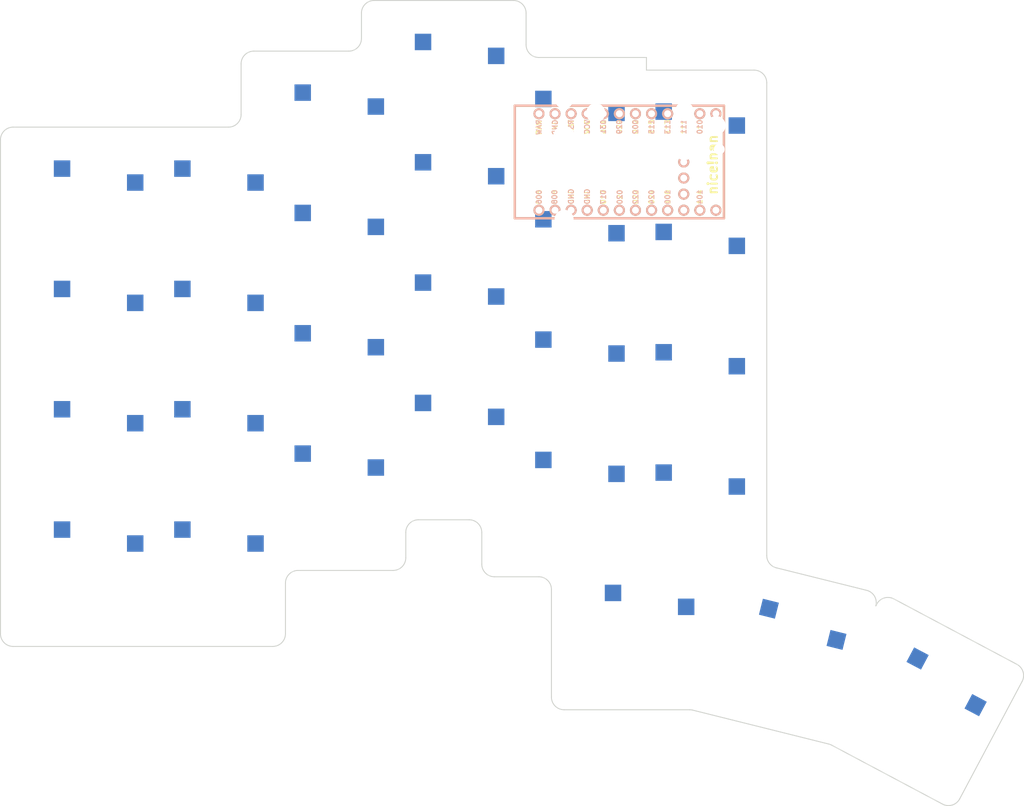
<source format=kicad_pcb>


(kicad_pcb (version 20171130) (host pcbnew 5.1.6)

  (page A3)
  (title_block
    (title "left")
    (rev "v1.0.0")
    (company "Unknown")
  )

  (general
    (thickness 1.6)
  )

  (layers
    (0 F.Cu signal)
    (31 B.Cu signal)
    (32 B.Adhes user)
    (33 F.Adhes user)
    (34 B.Paste user)
    (35 F.Paste user)
    (36 B.SilkS user)
    (37 F.SilkS user)
    (38 B.Mask user)
    (39 F.Mask user)
    (40 Dwgs.User user)
    (41 Cmts.User user)
    (42 Eco1.User user)
    (43 Eco2.User user)
    (44 Edge.Cuts user)
    (45 Margin user)
    (46 B.CrtYd user)
    (47 F.CrtYd user)
    (48 B.Fab user)
    (49 F.Fab user)
  )

  (setup
    (last_trace_width 0.25)
    (trace_clearance 0.2)
    (zone_clearance 0.508)
    (zone_45_only no)
    (trace_min 0.2)
    (via_size 0.8)
    (via_drill 0.4)
    (via_min_size 0.4)
    (via_min_drill 0.3)
    (uvia_size 0.3)
    (uvia_drill 0.1)
    (uvias_allowed no)
    (uvia_min_size 0.2)
    (uvia_min_drill 0.1)
    (edge_width 0.05)
    (segment_width 0.2)
    (pcb_text_width 0.3)
    (pcb_text_size 1.5 1.5)
    (mod_edge_width 0.12)
    (mod_text_size 1 1)
    (mod_text_width 0.15)
    (pad_size 1.524 1.524)
    (pad_drill 0.762)
    (pad_to_mask_clearance 0.05)
    (aux_axis_origin 0 0)
    (visible_elements FFFFFF7F)
    (pcbplotparams
      (layerselection 0x010fc_ffffffff)
      (usegerberextensions false)
      (usegerberattributes true)
      (usegerberadvancedattributes true)
      (creategerberjobfile true)
      (excludeedgelayer true)
      (linewidth 0.100000)
      (plotframeref false)
      (viasonmask false)
      (mode 1)
      (useauxorigin false)
      (hpglpennumber 1)
      (hpglpenspeed 20)
      (hpglpendiameter 15.000000)
      (psnegative false)
      (psa4output false)
      (plotreference true)
      (plotvalue true)
      (plotinvisibletext false)
      (padsonsilk false)
      (subtractmaskfromsilk false)
      (outputformat 1)
      (mirror false)
      (drillshape 1)
      (scaleselection 1)
      (outputdirectory ""))
  )

  (net 0 "")
(net 1 "P020")
(net 2 "outer_bottom")
(net 3 "outer_home")
(net 4 "outer_top")
(net 5 "outer_num")
(net 6 "P022")
(net 7 "pinky_bottom")
(net 8 "pinky_home")
(net 9 "pinky_top")
(net 10 "pinky_num")
(net 11 "P024")
(net 12 "ring_bottom")
(net 13 "ring_home")
(net 14 "ring_top")
(net 15 "ring_num")
(net 16 "P100")
(net 17 "middle_bottom")
(net 18 "middle_home")
(net 19 "middle_top")
(net 20 "middle_num")
(net 21 "P011")
(net 22 "index_bottom")
(net 23 "index_home")
(net 24 "index_top")
(net 25 "index_num")
(net 26 "P017")
(net 27 "inner_bottom")
(net 28 "inner_home")
(net 29 "inner_top")
(net 30 "inner_num")
(net 31 "near_thumb")
(net 32 "home_thumb")
(net 33 "far_thumb")
(net 34 "RAW")
(net 35 "GND")
(net 36 "RST")
(net 37 "VCC")
(net 38 "P031")
(net 39 "P029")
(net 40 "P002")
(net 41 "P115")
(net 42 "P113")
(net 43 "P111")
(net 44 "P010")
(net 45 "P009")
(net 46 "P006")
(net 47 "P008")
(net 48 "P104")
(net 49 "P106")
(net 50 "P101")
(net 51 "P102")
(net 52 "P107")

  (net_class Default "This is the default net class."
    (clearance 0.2)
    (trace_width 0.25)
    (via_dia 0.8)
    (via_drill 0.4)
    (uvia_dia 0.3)
    (uvia_drill 0.1)
    (add_net "")
(add_net "P020")
(add_net "outer_bottom")
(add_net "outer_home")
(add_net "outer_top")
(add_net "outer_num")
(add_net "P022")
(add_net "pinky_bottom")
(add_net "pinky_home")
(add_net "pinky_top")
(add_net "pinky_num")
(add_net "P024")
(add_net "ring_bottom")
(add_net "ring_home")
(add_net "ring_top")
(add_net "ring_num")
(add_net "P100")
(add_net "middle_bottom")
(add_net "middle_home")
(add_net "middle_top")
(add_net "middle_num")
(add_net "P011")
(add_net "index_bottom")
(add_net "index_home")
(add_net "index_top")
(add_net "index_num")
(add_net "P017")
(add_net "inner_bottom")
(add_net "inner_home")
(add_net "inner_top")
(add_net "inner_num")
(add_net "near_thumb")
(add_net "home_thumb")
(add_net "far_thumb")
(add_net "RAW")
(add_net "GND")
(add_net "RST")
(add_net "VCC")
(add_net "P031")
(add_net "P029")
(add_net "P002")
(add_net "P115")
(add_net "P113")
(add_net "P111")
(add_net "P010")
(add_net "P009")
(add_net "P006")
(add_net "P008")
(add_net "P104")
(add_net "P106")
(add_net "P101")
(add_net "P102")
(add_net "P107")
  )

  
        
      (module PG1350 (layer F.Cu) (tedit 5DD50112)
      (at 0 0 0)

      
      (fp_text reference "S1" (at 0 0) (layer F.SilkS) hide (effects (font (size 1.27 1.27) (thickness 0.15))))
      (fp_text value "" (at 0 0) (layer F.SilkS) hide (effects (font (size 1.27 1.27) (thickness 0.15))))

      
      (fp_line (start -7 -6) (end -7 -7) (layer Dwgs.User) (width 0.15))
      (fp_line (start -7 7) (end -6 7) (layer Dwgs.User) (width 0.15))
      (fp_line (start -6 -7) (end -7 -7) (layer Dwgs.User) (width 0.15))
      (fp_line (start -7 7) (end -7 6) (layer Dwgs.User) (width 0.15))
      (fp_line (start 7 6) (end 7 7) (layer Dwgs.User) (width 0.15))
      (fp_line (start 7 -7) (end 6 -7) (layer Dwgs.User) (width 0.15))
      (fp_line (start 6 7) (end 7 7) (layer Dwgs.User) (width 0.15))
      (fp_line (start 7 -7) (end 7 -6) (layer Dwgs.User) (width 0.15))      
      
      
      (pad "" np_thru_hole circle (at 0 0) (size 3.429 3.429) (drill 3.429) (layers *.Cu *.Mask))
        
      
      (pad "" np_thru_hole circle (at 5.5 0) (size 1.7018 1.7018) (drill 1.7018) (layers *.Cu *.Mask))
      (pad "" np_thru_hole circle (at -5.5 0) (size 1.7018 1.7018) (drill 1.7018) (layers *.Cu *.Mask))
      
        
        
          
          (pad "" np_thru_hole circle (at 5 -3.75) (size 3 3) (drill 3) (layers *.Cu *.Mask))
          (pad "" np_thru_hole circle (at 0 -5.95) (size 3 3) (drill 3) (layers *.Cu *.Mask))
      
          
          (pad 1 smd rect (at -3.275 -5.95 0) (size 2.6 2.6) (layers B.Cu B.Paste B.Mask)  (net 1 "P020"))
          (pad 2 smd rect (at 8.275 -3.75 0) (size 2.6 2.6) (layers B.Cu B.Paste B.Mask)  (net 2 "outer_bottom"))
        )
        

        
      (module PG1350 (layer F.Cu) (tedit 5DD50112)
      (at 0 -19 0)

      
      (fp_text reference "S2" (at 0 0) (layer F.SilkS) hide (effects (font (size 1.27 1.27) (thickness 0.15))))
      (fp_text value "" (at 0 0) (layer F.SilkS) hide (effects (font (size 1.27 1.27) (thickness 0.15))))

      
      (fp_line (start -7 -6) (end -7 -7) (layer Dwgs.User) (width 0.15))
      (fp_line (start -7 7) (end -6 7) (layer Dwgs.User) (width 0.15))
      (fp_line (start -6 -7) (end -7 -7) (layer Dwgs.User) (width 0.15))
      (fp_line (start -7 7) (end -7 6) (layer Dwgs.User) (width 0.15))
      (fp_line (start 7 6) (end 7 7) (layer Dwgs.User) (width 0.15))
      (fp_line (start 7 -7) (end 6 -7) (layer Dwgs.User) (width 0.15))
      (fp_line (start 6 7) (end 7 7) (layer Dwgs.User) (width 0.15))
      (fp_line (start 7 -7) (end 7 -6) (layer Dwgs.User) (width 0.15))      
      
      
      (pad "" np_thru_hole circle (at 0 0) (size 3.429 3.429) (drill 3.429) (layers *.Cu *.Mask))
        
      
      (pad "" np_thru_hole circle (at 5.5 0) (size 1.7018 1.7018) (drill 1.7018) (layers *.Cu *.Mask))
      (pad "" np_thru_hole circle (at -5.5 0) (size 1.7018 1.7018) (drill 1.7018) (layers *.Cu *.Mask))
      
        
        
          
          (pad "" np_thru_hole circle (at 5 -3.75) (size 3 3) (drill 3) (layers *.Cu *.Mask))
          (pad "" np_thru_hole circle (at 0 -5.95) (size 3 3) (drill 3) (layers *.Cu *.Mask))
      
          
          (pad 1 smd rect (at -3.275 -5.95 0) (size 2.6 2.6) (layers B.Cu B.Paste B.Mask)  (net 1 "P020"))
          (pad 2 smd rect (at 8.275 -3.75 0) (size 2.6 2.6) (layers B.Cu B.Paste B.Mask)  (net 3 "outer_home"))
        )
        

        
      (module PG1350 (layer F.Cu) (tedit 5DD50112)
      (at 0 -38 0)

      
      (fp_text reference "S3" (at 0 0) (layer F.SilkS) hide (effects (font (size 1.27 1.27) (thickness 0.15))))
      (fp_text value "" (at 0 0) (layer F.SilkS) hide (effects (font (size 1.27 1.27) (thickness 0.15))))

      
      (fp_line (start -7 -6) (end -7 -7) (layer Dwgs.User) (width 0.15))
      (fp_line (start -7 7) (end -6 7) (layer Dwgs.User) (width 0.15))
      (fp_line (start -6 -7) (end -7 -7) (layer Dwgs.User) (width 0.15))
      (fp_line (start -7 7) (end -7 6) (layer Dwgs.User) (width 0.15))
      (fp_line (start 7 6) (end 7 7) (layer Dwgs.User) (width 0.15))
      (fp_line (start 7 -7) (end 6 -7) (layer Dwgs.User) (width 0.15))
      (fp_line (start 6 7) (end 7 7) (layer Dwgs.User) (width 0.15))
      (fp_line (start 7 -7) (end 7 -6) (layer Dwgs.User) (width 0.15))      
      
      
      (pad "" np_thru_hole circle (at 0 0) (size 3.429 3.429) (drill 3.429) (layers *.Cu *.Mask))
        
      
      (pad "" np_thru_hole circle (at 5.5 0) (size 1.7018 1.7018) (drill 1.7018) (layers *.Cu *.Mask))
      (pad "" np_thru_hole circle (at -5.5 0) (size 1.7018 1.7018) (drill 1.7018) (layers *.Cu *.Mask))
      
        
        
          
          (pad "" np_thru_hole circle (at 5 -3.75) (size 3 3) (drill 3) (layers *.Cu *.Mask))
          (pad "" np_thru_hole circle (at 0 -5.95) (size 3 3) (drill 3) (layers *.Cu *.Mask))
      
          
          (pad 1 smd rect (at -3.275 -5.95 0) (size 2.6 2.6) (layers B.Cu B.Paste B.Mask)  (net 1 "P020"))
          (pad 2 smd rect (at 8.275 -3.75 0) (size 2.6 2.6) (layers B.Cu B.Paste B.Mask)  (net 4 "outer_top"))
        )
        

        
      (module PG1350 (layer F.Cu) (tedit 5DD50112)
      (at 0 -57 0)

      
      (fp_text reference "S4" (at 0 0) (layer F.SilkS) hide (effects (font (size 1.27 1.27) (thickness 0.15))))
      (fp_text value "" (at 0 0) (layer F.SilkS) hide (effects (font (size 1.27 1.27) (thickness 0.15))))

      
      (fp_line (start -7 -6) (end -7 -7) (layer Dwgs.User) (width 0.15))
      (fp_line (start -7 7) (end -6 7) (layer Dwgs.User) (width 0.15))
      (fp_line (start -6 -7) (end -7 -7) (layer Dwgs.User) (width 0.15))
      (fp_line (start -7 7) (end -7 6) (layer Dwgs.User) (width 0.15))
      (fp_line (start 7 6) (end 7 7) (layer Dwgs.User) (width 0.15))
      (fp_line (start 7 -7) (end 6 -7) (layer Dwgs.User) (width 0.15))
      (fp_line (start 6 7) (end 7 7) (layer Dwgs.User) (width 0.15))
      (fp_line (start 7 -7) (end 7 -6) (layer Dwgs.User) (width 0.15))      
      
      
      (pad "" np_thru_hole circle (at 0 0) (size 3.429 3.429) (drill 3.429) (layers *.Cu *.Mask))
        
      
      (pad "" np_thru_hole circle (at 5.5 0) (size 1.7018 1.7018) (drill 1.7018) (layers *.Cu *.Mask))
      (pad "" np_thru_hole circle (at -5.5 0) (size 1.7018 1.7018) (drill 1.7018) (layers *.Cu *.Mask))
      
        
        
          
          (pad "" np_thru_hole circle (at 5 -3.75) (size 3 3) (drill 3) (layers *.Cu *.Mask))
          (pad "" np_thru_hole circle (at 0 -5.95) (size 3 3) (drill 3) (layers *.Cu *.Mask))
      
          
          (pad 1 smd rect (at -3.275 -5.95 0) (size 2.6 2.6) (layers B.Cu B.Paste B.Mask)  (net 1 "P020"))
          (pad 2 smd rect (at 8.275 -3.75 0) (size 2.6 2.6) (layers B.Cu B.Paste B.Mask)  (net 5 "outer_num"))
        )
        

        
      (module PG1350 (layer F.Cu) (tedit 5DD50112)
      (at 19 0 0)

      
      (fp_text reference "S5" (at 0 0) (layer F.SilkS) hide (effects (font (size 1.27 1.27) (thickness 0.15))))
      (fp_text value "" (at 0 0) (layer F.SilkS) hide (effects (font (size 1.27 1.27) (thickness 0.15))))

      
      (fp_line (start -7 -6) (end -7 -7) (layer Dwgs.User) (width 0.15))
      (fp_line (start -7 7) (end -6 7) (layer Dwgs.User) (width 0.15))
      (fp_line (start -6 -7) (end -7 -7) (layer Dwgs.User) (width 0.15))
      (fp_line (start -7 7) (end -7 6) (layer Dwgs.User) (width 0.15))
      (fp_line (start 7 6) (end 7 7) (layer Dwgs.User) (width 0.15))
      (fp_line (start 7 -7) (end 6 -7) (layer Dwgs.User) (width 0.15))
      (fp_line (start 6 7) (end 7 7) (layer Dwgs.User) (width 0.15))
      (fp_line (start 7 -7) (end 7 -6) (layer Dwgs.User) (width 0.15))      
      
      
      (pad "" np_thru_hole circle (at 0 0) (size 3.429 3.429) (drill 3.429) (layers *.Cu *.Mask))
        
      
      (pad "" np_thru_hole circle (at 5.5 0) (size 1.7018 1.7018) (drill 1.7018) (layers *.Cu *.Mask))
      (pad "" np_thru_hole circle (at -5.5 0) (size 1.7018 1.7018) (drill 1.7018) (layers *.Cu *.Mask))
      
        
        
          
          (pad "" np_thru_hole circle (at 5 -3.75) (size 3 3) (drill 3) (layers *.Cu *.Mask))
          (pad "" np_thru_hole circle (at 0 -5.95) (size 3 3) (drill 3) (layers *.Cu *.Mask))
      
          
          (pad 1 smd rect (at -3.275 -5.95 0) (size 2.6 2.6) (layers B.Cu B.Paste B.Mask)  (net 6 "P022"))
          (pad 2 smd rect (at 8.275 -3.75 0) (size 2.6 2.6) (layers B.Cu B.Paste B.Mask)  (net 7 "pinky_bottom"))
        )
        

        
      (module PG1350 (layer F.Cu) (tedit 5DD50112)
      (at 19 -19 0)

      
      (fp_text reference "S6" (at 0 0) (layer F.SilkS) hide (effects (font (size 1.27 1.27) (thickness 0.15))))
      (fp_text value "" (at 0 0) (layer F.SilkS) hide (effects (font (size 1.27 1.27) (thickness 0.15))))

      
      (fp_line (start -7 -6) (end -7 -7) (layer Dwgs.User) (width 0.15))
      (fp_line (start -7 7) (end -6 7) (layer Dwgs.User) (width 0.15))
      (fp_line (start -6 -7) (end -7 -7) (layer Dwgs.User) (width 0.15))
      (fp_line (start -7 7) (end -7 6) (layer Dwgs.User) (width 0.15))
      (fp_line (start 7 6) (end 7 7) (layer Dwgs.User) (width 0.15))
      (fp_line (start 7 -7) (end 6 -7) (layer Dwgs.User) (width 0.15))
      (fp_line (start 6 7) (end 7 7) (layer Dwgs.User) (width 0.15))
      (fp_line (start 7 -7) (end 7 -6) (layer Dwgs.User) (width 0.15))      
      
      
      (pad "" np_thru_hole circle (at 0 0) (size 3.429 3.429) (drill 3.429) (layers *.Cu *.Mask))
        
      
      (pad "" np_thru_hole circle (at 5.5 0) (size 1.7018 1.7018) (drill 1.7018) (layers *.Cu *.Mask))
      (pad "" np_thru_hole circle (at -5.5 0) (size 1.7018 1.7018) (drill 1.7018) (layers *.Cu *.Mask))
      
        
        
          
          (pad "" np_thru_hole circle (at 5 -3.75) (size 3 3) (drill 3) (layers *.Cu *.Mask))
          (pad "" np_thru_hole circle (at 0 -5.95) (size 3 3) (drill 3) (layers *.Cu *.Mask))
      
          
          (pad 1 smd rect (at -3.275 -5.95 0) (size 2.6 2.6) (layers B.Cu B.Paste B.Mask)  (net 6 "P022"))
          (pad 2 smd rect (at 8.275 -3.75 0) (size 2.6 2.6) (layers B.Cu B.Paste B.Mask)  (net 8 "pinky_home"))
        )
        

        
      (module PG1350 (layer F.Cu) (tedit 5DD50112)
      (at 19 -38 0)

      
      (fp_text reference "S7" (at 0 0) (layer F.SilkS) hide (effects (font (size 1.27 1.27) (thickness 0.15))))
      (fp_text value "" (at 0 0) (layer F.SilkS) hide (effects (font (size 1.27 1.27) (thickness 0.15))))

      
      (fp_line (start -7 -6) (end -7 -7) (layer Dwgs.User) (width 0.15))
      (fp_line (start -7 7) (end -6 7) (layer Dwgs.User) (width 0.15))
      (fp_line (start -6 -7) (end -7 -7) (layer Dwgs.User) (width 0.15))
      (fp_line (start -7 7) (end -7 6) (layer Dwgs.User) (width 0.15))
      (fp_line (start 7 6) (end 7 7) (layer Dwgs.User) (width 0.15))
      (fp_line (start 7 -7) (end 6 -7) (layer Dwgs.User) (width 0.15))
      (fp_line (start 6 7) (end 7 7) (layer Dwgs.User) (width 0.15))
      (fp_line (start 7 -7) (end 7 -6) (layer Dwgs.User) (width 0.15))      
      
      
      (pad "" np_thru_hole circle (at 0 0) (size 3.429 3.429) (drill 3.429) (layers *.Cu *.Mask))
        
      
      (pad "" np_thru_hole circle (at 5.5 0) (size 1.7018 1.7018) (drill 1.7018) (layers *.Cu *.Mask))
      (pad "" np_thru_hole circle (at -5.5 0) (size 1.7018 1.7018) (drill 1.7018) (layers *.Cu *.Mask))
      
        
        
          
          (pad "" np_thru_hole circle (at 5 -3.75) (size 3 3) (drill 3) (layers *.Cu *.Mask))
          (pad "" np_thru_hole circle (at 0 -5.95) (size 3 3) (drill 3) (layers *.Cu *.Mask))
      
          
          (pad 1 smd rect (at -3.275 -5.95 0) (size 2.6 2.6) (layers B.Cu B.Paste B.Mask)  (net 6 "P022"))
          (pad 2 smd rect (at 8.275 -3.75 0) (size 2.6 2.6) (layers B.Cu B.Paste B.Mask)  (net 9 "pinky_top"))
        )
        

        
      (module PG1350 (layer F.Cu) (tedit 5DD50112)
      (at 19 -57 0)

      
      (fp_text reference "S8" (at 0 0) (layer F.SilkS) hide (effects (font (size 1.27 1.27) (thickness 0.15))))
      (fp_text value "" (at 0 0) (layer F.SilkS) hide (effects (font (size 1.27 1.27) (thickness 0.15))))

      
      (fp_line (start -7 -6) (end -7 -7) (layer Dwgs.User) (width 0.15))
      (fp_line (start -7 7) (end -6 7) (layer Dwgs.User) (width 0.15))
      (fp_line (start -6 -7) (end -7 -7) (layer Dwgs.User) (width 0.15))
      (fp_line (start -7 7) (end -7 6) (layer Dwgs.User) (width 0.15))
      (fp_line (start 7 6) (end 7 7) (layer Dwgs.User) (width 0.15))
      (fp_line (start 7 -7) (end 6 -7) (layer Dwgs.User) (width 0.15))
      (fp_line (start 6 7) (end 7 7) (layer Dwgs.User) (width 0.15))
      (fp_line (start 7 -7) (end 7 -6) (layer Dwgs.User) (width 0.15))      
      
      
      (pad "" np_thru_hole circle (at 0 0) (size 3.429 3.429) (drill 3.429) (layers *.Cu *.Mask))
        
      
      (pad "" np_thru_hole circle (at 5.5 0) (size 1.7018 1.7018) (drill 1.7018) (layers *.Cu *.Mask))
      (pad "" np_thru_hole circle (at -5.5 0) (size 1.7018 1.7018) (drill 1.7018) (layers *.Cu *.Mask))
      
        
        
          
          (pad "" np_thru_hole circle (at 5 -3.75) (size 3 3) (drill 3) (layers *.Cu *.Mask))
          (pad "" np_thru_hole circle (at 0 -5.95) (size 3 3) (drill 3) (layers *.Cu *.Mask))
      
          
          (pad 1 smd rect (at -3.275 -5.95 0) (size 2.6 2.6) (layers B.Cu B.Paste B.Mask)  (net 6 "P022"))
          (pad 2 smd rect (at 8.275 -3.75 0) (size 2.6 2.6) (layers B.Cu B.Paste B.Mask)  (net 10 "pinky_num"))
        )
        

        
      (module PG1350 (layer F.Cu) (tedit 5DD50112)
      (at 38 -12 0)

      
      (fp_text reference "S9" (at 0 0) (layer F.SilkS) hide (effects (font (size 1.27 1.27) (thickness 0.15))))
      (fp_text value "" (at 0 0) (layer F.SilkS) hide (effects (font (size 1.27 1.27) (thickness 0.15))))

      
      (fp_line (start -7 -6) (end -7 -7) (layer Dwgs.User) (width 0.15))
      (fp_line (start -7 7) (end -6 7) (layer Dwgs.User) (width 0.15))
      (fp_line (start -6 -7) (end -7 -7) (layer Dwgs.User) (width 0.15))
      (fp_line (start -7 7) (end -7 6) (layer Dwgs.User) (width 0.15))
      (fp_line (start 7 6) (end 7 7) (layer Dwgs.User) (width 0.15))
      (fp_line (start 7 -7) (end 6 -7) (layer Dwgs.User) (width 0.15))
      (fp_line (start 6 7) (end 7 7) (layer Dwgs.User) (width 0.15))
      (fp_line (start 7 -7) (end 7 -6) (layer Dwgs.User) (width 0.15))      
      
      
      (pad "" np_thru_hole circle (at 0 0) (size 3.429 3.429) (drill 3.429) (layers *.Cu *.Mask))
        
      
      (pad "" np_thru_hole circle (at 5.5 0) (size 1.7018 1.7018) (drill 1.7018) (layers *.Cu *.Mask))
      (pad "" np_thru_hole circle (at -5.5 0) (size 1.7018 1.7018) (drill 1.7018) (layers *.Cu *.Mask))
      
        
        
          
          (pad "" np_thru_hole circle (at 5 -3.75) (size 3 3) (drill 3) (layers *.Cu *.Mask))
          (pad "" np_thru_hole circle (at 0 -5.95) (size 3 3) (drill 3) (layers *.Cu *.Mask))
      
          
          (pad 1 smd rect (at -3.275 -5.95 0) (size 2.6 2.6) (layers B.Cu B.Paste B.Mask)  (net 11 "P024"))
          (pad 2 smd rect (at 8.275 -3.75 0) (size 2.6 2.6) (layers B.Cu B.Paste B.Mask)  (net 12 "ring_bottom"))
        )
        

        
      (module PG1350 (layer F.Cu) (tedit 5DD50112)
      (at 38 -31 0)

      
      (fp_text reference "S10" (at 0 0) (layer F.SilkS) hide (effects (font (size 1.27 1.27) (thickness 0.15))))
      (fp_text value "" (at 0 0) (layer F.SilkS) hide (effects (font (size 1.27 1.27) (thickness 0.15))))

      
      (fp_line (start -7 -6) (end -7 -7) (layer Dwgs.User) (width 0.15))
      (fp_line (start -7 7) (end -6 7) (layer Dwgs.User) (width 0.15))
      (fp_line (start -6 -7) (end -7 -7) (layer Dwgs.User) (width 0.15))
      (fp_line (start -7 7) (end -7 6) (layer Dwgs.User) (width 0.15))
      (fp_line (start 7 6) (end 7 7) (layer Dwgs.User) (width 0.15))
      (fp_line (start 7 -7) (end 6 -7) (layer Dwgs.User) (width 0.15))
      (fp_line (start 6 7) (end 7 7) (layer Dwgs.User) (width 0.15))
      (fp_line (start 7 -7) (end 7 -6) (layer Dwgs.User) (width 0.15))      
      
      
      (pad "" np_thru_hole circle (at 0 0) (size 3.429 3.429) (drill 3.429) (layers *.Cu *.Mask))
        
      
      (pad "" np_thru_hole circle (at 5.5 0) (size 1.7018 1.7018) (drill 1.7018) (layers *.Cu *.Mask))
      (pad "" np_thru_hole circle (at -5.5 0) (size 1.7018 1.7018) (drill 1.7018) (layers *.Cu *.Mask))
      
        
        
          
          (pad "" np_thru_hole circle (at 5 -3.75) (size 3 3) (drill 3) (layers *.Cu *.Mask))
          (pad "" np_thru_hole circle (at 0 -5.95) (size 3 3) (drill 3) (layers *.Cu *.Mask))
      
          
          (pad 1 smd rect (at -3.275 -5.95 0) (size 2.6 2.6) (layers B.Cu B.Paste B.Mask)  (net 11 "P024"))
          (pad 2 smd rect (at 8.275 -3.75 0) (size 2.6 2.6) (layers B.Cu B.Paste B.Mask)  (net 13 "ring_home"))
        )
        

        
      (module PG1350 (layer F.Cu) (tedit 5DD50112)
      (at 38 -50 0)

      
      (fp_text reference "S11" (at 0 0) (layer F.SilkS) hide (effects (font (size 1.27 1.27) (thickness 0.15))))
      (fp_text value "" (at 0 0) (layer F.SilkS) hide (effects (font (size 1.27 1.27) (thickness 0.15))))

      
      (fp_line (start -7 -6) (end -7 -7) (layer Dwgs.User) (width 0.15))
      (fp_line (start -7 7) (end -6 7) (layer Dwgs.User) (width 0.15))
      (fp_line (start -6 -7) (end -7 -7) (layer Dwgs.User) (width 0.15))
      (fp_line (start -7 7) (end -7 6) (layer Dwgs.User) (width 0.15))
      (fp_line (start 7 6) (end 7 7) (layer Dwgs.User) (width 0.15))
      (fp_line (start 7 -7) (end 6 -7) (layer Dwgs.User) (width 0.15))
      (fp_line (start 6 7) (end 7 7) (layer Dwgs.User) (width 0.15))
      (fp_line (start 7 -7) (end 7 -6) (layer Dwgs.User) (width 0.15))      
      
      
      (pad "" np_thru_hole circle (at 0 0) (size 3.429 3.429) (drill 3.429) (layers *.Cu *.Mask))
        
      
      (pad "" np_thru_hole circle (at 5.5 0) (size 1.7018 1.7018) (drill 1.7018) (layers *.Cu *.Mask))
      (pad "" np_thru_hole circle (at -5.5 0) (size 1.7018 1.7018) (drill 1.7018) (layers *.Cu *.Mask))
      
        
        
          
          (pad "" np_thru_hole circle (at 5 -3.75) (size 3 3) (drill 3) (layers *.Cu *.Mask))
          (pad "" np_thru_hole circle (at 0 -5.95) (size 3 3) (drill 3) (layers *.Cu *.Mask))
      
          
          (pad 1 smd rect (at -3.275 -5.95 0) (size 2.6 2.6) (layers B.Cu B.Paste B.Mask)  (net 11 "P024"))
          (pad 2 smd rect (at 8.275 -3.75 0) (size 2.6 2.6) (layers B.Cu B.Paste B.Mask)  (net 14 "ring_top"))
        )
        

        
      (module PG1350 (layer F.Cu) (tedit 5DD50112)
      (at 38 -69 0)

      
      (fp_text reference "S12" (at 0 0) (layer F.SilkS) hide (effects (font (size 1.27 1.27) (thickness 0.15))))
      (fp_text value "" (at 0 0) (layer F.SilkS) hide (effects (font (size 1.27 1.27) (thickness 0.15))))

      
      (fp_line (start -7 -6) (end -7 -7) (layer Dwgs.User) (width 0.15))
      (fp_line (start -7 7) (end -6 7) (layer Dwgs.User) (width 0.15))
      (fp_line (start -6 -7) (end -7 -7) (layer Dwgs.User) (width 0.15))
      (fp_line (start -7 7) (end -7 6) (layer Dwgs.User) (width 0.15))
      (fp_line (start 7 6) (end 7 7) (layer Dwgs.User) (width 0.15))
      (fp_line (start 7 -7) (end 6 -7) (layer Dwgs.User) (width 0.15))
      (fp_line (start 6 7) (end 7 7) (layer Dwgs.User) (width 0.15))
      (fp_line (start 7 -7) (end 7 -6) (layer Dwgs.User) (width 0.15))      
      
      
      (pad "" np_thru_hole circle (at 0 0) (size 3.429 3.429) (drill 3.429) (layers *.Cu *.Mask))
        
      
      (pad "" np_thru_hole circle (at 5.5 0) (size 1.7018 1.7018) (drill 1.7018) (layers *.Cu *.Mask))
      (pad "" np_thru_hole circle (at -5.5 0) (size 1.7018 1.7018) (drill 1.7018) (layers *.Cu *.Mask))
      
        
        
          
          (pad "" np_thru_hole circle (at 5 -3.75) (size 3 3) (drill 3) (layers *.Cu *.Mask))
          (pad "" np_thru_hole circle (at 0 -5.95) (size 3 3) (drill 3) (layers *.Cu *.Mask))
      
          
          (pad 1 smd rect (at -3.275 -5.95 0) (size 2.6 2.6) (layers B.Cu B.Paste B.Mask)  (net 11 "P024"))
          (pad 2 smd rect (at 8.275 -3.75 0) (size 2.6 2.6) (layers B.Cu B.Paste B.Mask)  (net 15 "ring_num"))
        )
        

        
      (module PG1350 (layer F.Cu) (tedit 5DD50112)
      (at 57 -20 0)

      
      (fp_text reference "S13" (at 0 0) (layer F.SilkS) hide (effects (font (size 1.27 1.27) (thickness 0.15))))
      (fp_text value "" (at 0 0) (layer F.SilkS) hide (effects (font (size 1.27 1.27) (thickness 0.15))))

      
      (fp_line (start -7 -6) (end -7 -7) (layer Dwgs.User) (width 0.15))
      (fp_line (start -7 7) (end -6 7) (layer Dwgs.User) (width 0.15))
      (fp_line (start -6 -7) (end -7 -7) (layer Dwgs.User) (width 0.15))
      (fp_line (start -7 7) (end -7 6) (layer Dwgs.User) (width 0.15))
      (fp_line (start 7 6) (end 7 7) (layer Dwgs.User) (width 0.15))
      (fp_line (start 7 -7) (end 6 -7) (layer Dwgs.User) (width 0.15))
      (fp_line (start 6 7) (end 7 7) (layer Dwgs.User) (width 0.15))
      (fp_line (start 7 -7) (end 7 -6) (layer Dwgs.User) (width 0.15))      
      
      
      (pad "" np_thru_hole circle (at 0 0) (size 3.429 3.429) (drill 3.429) (layers *.Cu *.Mask))
        
      
      (pad "" np_thru_hole circle (at 5.5 0) (size 1.7018 1.7018) (drill 1.7018) (layers *.Cu *.Mask))
      (pad "" np_thru_hole circle (at -5.5 0) (size 1.7018 1.7018) (drill 1.7018) (layers *.Cu *.Mask))
      
        
        
          
          (pad "" np_thru_hole circle (at 5 -3.75) (size 3 3) (drill 3) (layers *.Cu *.Mask))
          (pad "" np_thru_hole circle (at 0 -5.95) (size 3 3) (drill 3) (layers *.Cu *.Mask))
      
          
          (pad 1 smd rect (at -3.275 -5.95 0) (size 2.6 2.6) (layers B.Cu B.Paste B.Mask)  (net 16 "P100"))
          (pad 2 smd rect (at 8.275 -3.75 0) (size 2.6 2.6) (layers B.Cu B.Paste B.Mask)  (net 17 "middle_bottom"))
        )
        

        
      (module PG1350 (layer F.Cu) (tedit 5DD50112)
      (at 57 -39 0)

      
      (fp_text reference "S14" (at 0 0) (layer F.SilkS) hide (effects (font (size 1.27 1.27) (thickness 0.15))))
      (fp_text value "" (at 0 0) (layer F.SilkS) hide (effects (font (size 1.27 1.27) (thickness 0.15))))

      
      (fp_line (start -7 -6) (end -7 -7) (layer Dwgs.User) (width 0.15))
      (fp_line (start -7 7) (end -6 7) (layer Dwgs.User) (width 0.15))
      (fp_line (start -6 -7) (end -7 -7) (layer Dwgs.User) (width 0.15))
      (fp_line (start -7 7) (end -7 6) (layer Dwgs.User) (width 0.15))
      (fp_line (start 7 6) (end 7 7) (layer Dwgs.User) (width 0.15))
      (fp_line (start 7 -7) (end 6 -7) (layer Dwgs.User) (width 0.15))
      (fp_line (start 6 7) (end 7 7) (layer Dwgs.User) (width 0.15))
      (fp_line (start 7 -7) (end 7 -6) (layer Dwgs.User) (width 0.15))      
      
      
      (pad "" np_thru_hole circle (at 0 0) (size 3.429 3.429) (drill 3.429) (layers *.Cu *.Mask))
        
      
      (pad "" np_thru_hole circle (at 5.5 0) (size 1.7018 1.7018) (drill 1.7018) (layers *.Cu *.Mask))
      (pad "" np_thru_hole circle (at -5.5 0) (size 1.7018 1.7018) (drill 1.7018) (layers *.Cu *.Mask))
      
        
        
          
          (pad "" np_thru_hole circle (at 5 -3.75) (size 3 3) (drill 3) (layers *.Cu *.Mask))
          (pad "" np_thru_hole circle (at 0 -5.95) (size 3 3) (drill 3) (layers *.Cu *.Mask))
      
          
          (pad 1 smd rect (at -3.275 -5.95 0) (size 2.6 2.6) (layers B.Cu B.Paste B.Mask)  (net 16 "P100"))
          (pad 2 smd rect (at 8.275 -3.75 0) (size 2.6 2.6) (layers B.Cu B.Paste B.Mask)  (net 18 "middle_home"))
        )
        

        
      (module PG1350 (layer F.Cu) (tedit 5DD50112)
      (at 57 -58 0)

      
      (fp_text reference "S15" (at 0 0) (layer F.SilkS) hide (effects (font (size 1.27 1.27) (thickness 0.15))))
      (fp_text value "" (at 0 0) (layer F.SilkS) hide (effects (font (size 1.27 1.27) (thickness 0.15))))

      
      (fp_line (start -7 -6) (end -7 -7) (layer Dwgs.User) (width 0.15))
      (fp_line (start -7 7) (end -6 7) (layer Dwgs.User) (width 0.15))
      (fp_line (start -6 -7) (end -7 -7) (layer Dwgs.User) (width 0.15))
      (fp_line (start -7 7) (end -7 6) (layer Dwgs.User) (width 0.15))
      (fp_line (start 7 6) (end 7 7) (layer Dwgs.User) (width 0.15))
      (fp_line (start 7 -7) (end 6 -7) (layer Dwgs.User) (width 0.15))
      (fp_line (start 6 7) (end 7 7) (layer Dwgs.User) (width 0.15))
      (fp_line (start 7 -7) (end 7 -6) (layer Dwgs.User) (width 0.15))      
      
      
      (pad "" np_thru_hole circle (at 0 0) (size 3.429 3.429) (drill 3.429) (layers *.Cu *.Mask))
        
      
      (pad "" np_thru_hole circle (at 5.5 0) (size 1.7018 1.7018) (drill 1.7018) (layers *.Cu *.Mask))
      (pad "" np_thru_hole circle (at -5.5 0) (size 1.7018 1.7018) (drill 1.7018) (layers *.Cu *.Mask))
      
        
        
          
          (pad "" np_thru_hole circle (at 5 -3.75) (size 3 3) (drill 3) (layers *.Cu *.Mask))
          (pad "" np_thru_hole circle (at 0 -5.95) (size 3 3) (drill 3) (layers *.Cu *.Mask))
      
          
          (pad 1 smd rect (at -3.275 -5.95 0) (size 2.6 2.6) (layers B.Cu B.Paste B.Mask)  (net 16 "P100"))
          (pad 2 smd rect (at 8.275 -3.75 0) (size 2.6 2.6) (layers B.Cu B.Paste B.Mask)  (net 19 "middle_top"))
        )
        

        
      (module PG1350 (layer F.Cu) (tedit 5DD50112)
      (at 57 -77 0)

      
      (fp_text reference "S16" (at 0 0) (layer F.SilkS) hide (effects (font (size 1.27 1.27) (thickness 0.15))))
      (fp_text value "" (at 0 0) (layer F.SilkS) hide (effects (font (size 1.27 1.27) (thickness 0.15))))

      
      (fp_line (start -7 -6) (end -7 -7) (layer Dwgs.User) (width 0.15))
      (fp_line (start -7 7) (end -6 7) (layer Dwgs.User) (width 0.15))
      (fp_line (start -6 -7) (end -7 -7) (layer Dwgs.User) (width 0.15))
      (fp_line (start -7 7) (end -7 6) (layer Dwgs.User) (width 0.15))
      (fp_line (start 7 6) (end 7 7) (layer Dwgs.User) (width 0.15))
      (fp_line (start 7 -7) (end 6 -7) (layer Dwgs.User) (width 0.15))
      (fp_line (start 6 7) (end 7 7) (layer Dwgs.User) (width 0.15))
      (fp_line (start 7 -7) (end 7 -6) (layer Dwgs.User) (width 0.15))      
      
      
      (pad "" np_thru_hole circle (at 0 0) (size 3.429 3.429) (drill 3.429) (layers *.Cu *.Mask))
        
      
      (pad "" np_thru_hole circle (at 5.5 0) (size 1.7018 1.7018) (drill 1.7018) (layers *.Cu *.Mask))
      (pad "" np_thru_hole circle (at -5.5 0) (size 1.7018 1.7018) (drill 1.7018) (layers *.Cu *.Mask))
      
        
        
          
          (pad "" np_thru_hole circle (at 5 -3.75) (size 3 3) (drill 3) (layers *.Cu *.Mask))
          (pad "" np_thru_hole circle (at 0 -5.95) (size 3 3) (drill 3) (layers *.Cu *.Mask))
      
          
          (pad 1 smd rect (at -3.275 -5.95 0) (size 2.6 2.6) (layers B.Cu B.Paste B.Mask)  (net 16 "P100"))
          (pad 2 smd rect (at 8.275 -3.75 0) (size 2.6 2.6) (layers B.Cu B.Paste B.Mask)  (net 20 "middle_num"))
        )
        

        
      (module PG1350 (layer F.Cu) (tedit 5DD50112)
      (at 76 -11 0)

      
      (fp_text reference "S17" (at 0 0) (layer F.SilkS) hide (effects (font (size 1.27 1.27) (thickness 0.15))))
      (fp_text value "" (at 0 0) (layer F.SilkS) hide (effects (font (size 1.27 1.27) (thickness 0.15))))

      
      (fp_line (start -7 -6) (end -7 -7) (layer Dwgs.User) (width 0.15))
      (fp_line (start -7 7) (end -6 7) (layer Dwgs.User) (width 0.15))
      (fp_line (start -6 -7) (end -7 -7) (layer Dwgs.User) (width 0.15))
      (fp_line (start -7 7) (end -7 6) (layer Dwgs.User) (width 0.15))
      (fp_line (start 7 6) (end 7 7) (layer Dwgs.User) (width 0.15))
      (fp_line (start 7 -7) (end 6 -7) (layer Dwgs.User) (width 0.15))
      (fp_line (start 6 7) (end 7 7) (layer Dwgs.User) (width 0.15))
      (fp_line (start 7 -7) (end 7 -6) (layer Dwgs.User) (width 0.15))      
      
      
      (pad "" np_thru_hole circle (at 0 0) (size 3.429 3.429) (drill 3.429) (layers *.Cu *.Mask))
        
      
      (pad "" np_thru_hole circle (at 5.5 0) (size 1.7018 1.7018) (drill 1.7018) (layers *.Cu *.Mask))
      (pad "" np_thru_hole circle (at -5.5 0) (size 1.7018 1.7018) (drill 1.7018) (layers *.Cu *.Mask))
      
        
        
          
          (pad "" np_thru_hole circle (at 5 -3.75) (size 3 3) (drill 3) (layers *.Cu *.Mask))
          (pad "" np_thru_hole circle (at 0 -5.95) (size 3 3) (drill 3) (layers *.Cu *.Mask))
      
          
          (pad 1 smd rect (at -3.275 -5.95 0) (size 2.6 2.6) (layers B.Cu B.Paste B.Mask)  (net 21 "P011"))
          (pad 2 smd rect (at 8.275 -3.75 0) (size 2.6 2.6) (layers B.Cu B.Paste B.Mask)  (net 22 "index_bottom"))
        )
        

        
      (module PG1350 (layer F.Cu) (tedit 5DD50112)
      (at 76 -30 0)

      
      (fp_text reference "S18" (at 0 0) (layer F.SilkS) hide (effects (font (size 1.27 1.27) (thickness 0.15))))
      (fp_text value "" (at 0 0) (layer F.SilkS) hide (effects (font (size 1.27 1.27) (thickness 0.15))))

      
      (fp_line (start -7 -6) (end -7 -7) (layer Dwgs.User) (width 0.15))
      (fp_line (start -7 7) (end -6 7) (layer Dwgs.User) (width 0.15))
      (fp_line (start -6 -7) (end -7 -7) (layer Dwgs.User) (width 0.15))
      (fp_line (start -7 7) (end -7 6) (layer Dwgs.User) (width 0.15))
      (fp_line (start 7 6) (end 7 7) (layer Dwgs.User) (width 0.15))
      (fp_line (start 7 -7) (end 6 -7) (layer Dwgs.User) (width 0.15))
      (fp_line (start 6 7) (end 7 7) (layer Dwgs.User) (width 0.15))
      (fp_line (start 7 -7) (end 7 -6) (layer Dwgs.User) (width 0.15))      
      
      
      (pad "" np_thru_hole circle (at 0 0) (size 3.429 3.429) (drill 3.429) (layers *.Cu *.Mask))
        
      
      (pad "" np_thru_hole circle (at 5.5 0) (size 1.7018 1.7018) (drill 1.7018) (layers *.Cu *.Mask))
      (pad "" np_thru_hole circle (at -5.5 0) (size 1.7018 1.7018) (drill 1.7018) (layers *.Cu *.Mask))
      
        
        
          
          (pad "" np_thru_hole circle (at 5 -3.75) (size 3 3) (drill 3) (layers *.Cu *.Mask))
          (pad "" np_thru_hole circle (at 0 -5.95) (size 3 3) (drill 3) (layers *.Cu *.Mask))
      
          
          (pad 1 smd rect (at -3.275 -5.95 0) (size 2.6 2.6) (layers B.Cu B.Paste B.Mask)  (net 21 "P011"))
          (pad 2 smd rect (at 8.275 -3.75 0) (size 2.6 2.6) (layers B.Cu B.Paste B.Mask)  (net 23 "index_home"))
        )
        

        
      (module PG1350 (layer F.Cu) (tedit 5DD50112)
      (at 76 -49 0)

      
      (fp_text reference "S19" (at 0 0) (layer F.SilkS) hide (effects (font (size 1.27 1.27) (thickness 0.15))))
      (fp_text value "" (at 0 0) (layer F.SilkS) hide (effects (font (size 1.27 1.27) (thickness 0.15))))

      
      (fp_line (start -7 -6) (end -7 -7) (layer Dwgs.User) (width 0.15))
      (fp_line (start -7 7) (end -6 7) (layer Dwgs.User) (width 0.15))
      (fp_line (start -6 -7) (end -7 -7) (layer Dwgs.User) (width 0.15))
      (fp_line (start -7 7) (end -7 6) (layer Dwgs.User) (width 0.15))
      (fp_line (start 7 6) (end 7 7) (layer Dwgs.User) (width 0.15))
      (fp_line (start 7 -7) (end 6 -7) (layer Dwgs.User) (width 0.15))
      (fp_line (start 6 7) (end 7 7) (layer Dwgs.User) (width 0.15))
      (fp_line (start 7 -7) (end 7 -6) (layer Dwgs.User) (width 0.15))      
      
      
      (pad "" np_thru_hole circle (at 0 0) (size 3.429 3.429) (drill 3.429) (layers *.Cu *.Mask))
        
      
      (pad "" np_thru_hole circle (at 5.5 0) (size 1.7018 1.7018) (drill 1.7018) (layers *.Cu *.Mask))
      (pad "" np_thru_hole circle (at -5.5 0) (size 1.7018 1.7018) (drill 1.7018) (layers *.Cu *.Mask))
      
        
        
          
          (pad "" np_thru_hole circle (at 5 -3.75) (size 3 3) (drill 3) (layers *.Cu *.Mask))
          (pad "" np_thru_hole circle (at 0 -5.95) (size 3 3) (drill 3) (layers *.Cu *.Mask))
      
          
          (pad 1 smd rect (at -3.275 -5.95 0) (size 2.6 2.6) (layers B.Cu B.Paste B.Mask)  (net 21 "P011"))
          (pad 2 smd rect (at 8.275 -3.75 0) (size 2.6 2.6) (layers B.Cu B.Paste B.Mask)  (net 24 "index_top"))
        )
        

        
      (module PG1350 (layer F.Cu) (tedit 5DD50112)
      (at 76 -68 0)

      
      (fp_text reference "S20" (at 0 0) (layer F.SilkS) hide (effects (font (size 1.27 1.27) (thickness 0.15))))
      (fp_text value "" (at 0 0) (layer F.SilkS) hide (effects (font (size 1.27 1.27) (thickness 0.15))))

      
      (fp_line (start -7 -6) (end -7 -7) (layer Dwgs.User) (width 0.15))
      (fp_line (start -7 7) (end -6 7) (layer Dwgs.User) (width 0.15))
      (fp_line (start -6 -7) (end -7 -7) (layer Dwgs.User) (width 0.15))
      (fp_line (start -7 7) (end -7 6) (layer Dwgs.User) (width 0.15))
      (fp_line (start 7 6) (end 7 7) (layer Dwgs.User) (width 0.15))
      (fp_line (start 7 -7) (end 6 -7) (layer Dwgs.User) (width 0.15))
      (fp_line (start 6 7) (end 7 7) (layer Dwgs.User) (width 0.15))
      (fp_line (start 7 -7) (end 7 -6) (layer Dwgs.User) (width 0.15))      
      
      
      (pad "" np_thru_hole circle (at 0 0) (size 3.429 3.429) (drill 3.429) (layers *.Cu *.Mask))
        
      
      (pad "" np_thru_hole circle (at 5.5 0) (size 1.7018 1.7018) (drill 1.7018) (layers *.Cu *.Mask))
      (pad "" np_thru_hole circle (at -5.5 0) (size 1.7018 1.7018) (drill 1.7018) (layers *.Cu *.Mask))
      
        
        
          
          (pad "" np_thru_hole circle (at 5 -3.75) (size 3 3) (drill 3) (layers *.Cu *.Mask))
          (pad "" np_thru_hole circle (at 0 -5.95) (size 3 3) (drill 3) (layers *.Cu *.Mask))
      
          
          (pad 1 smd rect (at -3.275 -5.95 0) (size 2.6 2.6) (layers B.Cu B.Paste B.Mask)  (net 21 "P011"))
          (pad 2 smd rect (at 8.275 -3.75 0) (size 2.6 2.6) (layers B.Cu B.Paste B.Mask)  (net 25 "index_num"))
        )
        

        
      (module PG1350 (layer F.Cu) (tedit 5DD50112)
      (at 95 -9 0)

      
      (fp_text reference "S21" (at 0 0) (layer F.SilkS) hide (effects (font (size 1.27 1.27) (thickness 0.15))))
      (fp_text value "" (at 0 0) (layer F.SilkS) hide (effects (font (size 1.27 1.27) (thickness 0.15))))

      
      (fp_line (start -7 -6) (end -7 -7) (layer Dwgs.User) (width 0.15))
      (fp_line (start -7 7) (end -6 7) (layer Dwgs.User) (width 0.15))
      (fp_line (start -6 -7) (end -7 -7) (layer Dwgs.User) (width 0.15))
      (fp_line (start -7 7) (end -7 6) (layer Dwgs.User) (width 0.15))
      (fp_line (start 7 6) (end 7 7) (layer Dwgs.User) (width 0.15))
      (fp_line (start 7 -7) (end 6 -7) (layer Dwgs.User) (width 0.15))
      (fp_line (start 6 7) (end 7 7) (layer Dwgs.User) (width 0.15))
      (fp_line (start 7 -7) (end 7 -6) (layer Dwgs.User) (width 0.15))      
      
      
      (pad "" np_thru_hole circle (at 0 0) (size 3.429 3.429) (drill 3.429) (layers *.Cu *.Mask))
        
      
      (pad "" np_thru_hole circle (at 5.5 0) (size 1.7018 1.7018) (drill 1.7018) (layers *.Cu *.Mask))
      (pad "" np_thru_hole circle (at -5.5 0) (size 1.7018 1.7018) (drill 1.7018) (layers *.Cu *.Mask))
      
        
        
          
          (pad "" np_thru_hole circle (at 5 -3.75) (size 3 3) (drill 3) (layers *.Cu *.Mask))
          (pad "" np_thru_hole circle (at 0 -5.95) (size 3 3) (drill 3) (layers *.Cu *.Mask))
      
          
          (pad 1 smd rect (at -3.275 -5.95 0) (size 2.6 2.6) (layers B.Cu B.Paste B.Mask)  (net 26 "P017"))
          (pad 2 smd rect (at 8.275 -3.75 0) (size 2.6 2.6) (layers B.Cu B.Paste B.Mask)  (net 27 "inner_bottom"))
        )
        

        
      (module PG1350 (layer F.Cu) (tedit 5DD50112)
      (at 95 -28 0)

      
      (fp_text reference "S22" (at 0 0) (layer F.SilkS) hide (effects (font (size 1.27 1.27) (thickness 0.15))))
      (fp_text value "" (at 0 0) (layer F.SilkS) hide (effects (font (size 1.27 1.27) (thickness 0.15))))

      
      (fp_line (start -7 -6) (end -7 -7) (layer Dwgs.User) (width 0.15))
      (fp_line (start -7 7) (end -6 7) (layer Dwgs.User) (width 0.15))
      (fp_line (start -6 -7) (end -7 -7) (layer Dwgs.User) (width 0.15))
      (fp_line (start -7 7) (end -7 6) (layer Dwgs.User) (width 0.15))
      (fp_line (start 7 6) (end 7 7) (layer Dwgs.User) (width 0.15))
      (fp_line (start 7 -7) (end 6 -7) (layer Dwgs.User) (width 0.15))
      (fp_line (start 6 7) (end 7 7) (layer Dwgs.User) (width 0.15))
      (fp_line (start 7 -7) (end 7 -6) (layer Dwgs.User) (width 0.15))      
      
      
      (pad "" np_thru_hole circle (at 0 0) (size 3.429 3.429) (drill 3.429) (layers *.Cu *.Mask))
        
      
      (pad "" np_thru_hole circle (at 5.5 0) (size 1.7018 1.7018) (drill 1.7018) (layers *.Cu *.Mask))
      (pad "" np_thru_hole circle (at -5.5 0) (size 1.7018 1.7018) (drill 1.7018) (layers *.Cu *.Mask))
      
        
        
          
          (pad "" np_thru_hole circle (at 5 -3.75) (size 3 3) (drill 3) (layers *.Cu *.Mask))
          (pad "" np_thru_hole circle (at 0 -5.95) (size 3 3) (drill 3) (layers *.Cu *.Mask))
      
          
          (pad 1 smd rect (at -3.275 -5.95 0) (size 2.6 2.6) (layers B.Cu B.Paste B.Mask)  (net 26 "P017"))
          (pad 2 smd rect (at 8.275 -3.75 0) (size 2.6 2.6) (layers B.Cu B.Paste B.Mask)  (net 28 "inner_home"))
        )
        

        
      (module PG1350 (layer F.Cu) (tedit 5DD50112)
      (at 95 -47 0)

      
      (fp_text reference "S23" (at 0 0) (layer F.SilkS) hide (effects (font (size 1.27 1.27) (thickness 0.15))))
      (fp_text value "" (at 0 0) (layer F.SilkS) hide (effects (font (size 1.27 1.27) (thickness 0.15))))

      
      (fp_line (start -7 -6) (end -7 -7) (layer Dwgs.User) (width 0.15))
      (fp_line (start -7 7) (end -6 7) (layer Dwgs.User) (width 0.15))
      (fp_line (start -6 -7) (end -7 -7) (layer Dwgs.User) (width 0.15))
      (fp_line (start -7 7) (end -7 6) (layer Dwgs.User) (width 0.15))
      (fp_line (start 7 6) (end 7 7) (layer Dwgs.User) (width 0.15))
      (fp_line (start 7 -7) (end 6 -7) (layer Dwgs.User) (width 0.15))
      (fp_line (start 6 7) (end 7 7) (layer Dwgs.User) (width 0.15))
      (fp_line (start 7 -7) (end 7 -6) (layer Dwgs.User) (width 0.15))      
      
      
      (pad "" np_thru_hole circle (at 0 0) (size 3.429 3.429) (drill 3.429) (layers *.Cu *.Mask))
        
      
      (pad "" np_thru_hole circle (at 5.5 0) (size 1.7018 1.7018) (drill 1.7018) (layers *.Cu *.Mask))
      (pad "" np_thru_hole circle (at -5.5 0) (size 1.7018 1.7018) (drill 1.7018) (layers *.Cu *.Mask))
      
        
        
          
          (pad "" np_thru_hole circle (at 5 -3.75) (size 3 3) (drill 3) (layers *.Cu *.Mask))
          (pad "" np_thru_hole circle (at 0 -5.95) (size 3 3) (drill 3) (layers *.Cu *.Mask))
      
          
          (pad 1 smd rect (at -3.275 -5.95 0) (size 2.6 2.6) (layers B.Cu B.Paste B.Mask)  (net 26 "P017"))
          (pad 2 smd rect (at 8.275 -3.75 0) (size 2.6 2.6) (layers B.Cu B.Paste B.Mask)  (net 29 "inner_top"))
        )
        

        
      (module PG1350 (layer F.Cu) (tedit 5DD50112)
      (at 95 -66 0)

      
      (fp_text reference "S24" (at 0 0) (layer F.SilkS) hide (effects (font (size 1.27 1.27) (thickness 0.15))))
      (fp_text value "" (at 0 0) (layer F.SilkS) hide (effects (font (size 1.27 1.27) (thickness 0.15))))

      
      (fp_line (start -7 -6) (end -7 -7) (layer Dwgs.User) (width 0.15))
      (fp_line (start -7 7) (end -6 7) (layer Dwgs.User) (width 0.15))
      (fp_line (start -6 -7) (end -7 -7) (layer Dwgs.User) (width 0.15))
      (fp_line (start -7 7) (end -7 6) (layer Dwgs.User) (width 0.15))
      (fp_line (start 7 6) (end 7 7) (layer Dwgs.User) (width 0.15))
      (fp_line (start 7 -7) (end 6 -7) (layer Dwgs.User) (width 0.15))
      (fp_line (start 6 7) (end 7 7) (layer Dwgs.User) (width 0.15))
      (fp_line (start 7 -7) (end 7 -6) (layer Dwgs.User) (width 0.15))      
      
      
      (pad "" np_thru_hole circle (at 0 0) (size 3.429 3.429) (drill 3.429) (layers *.Cu *.Mask))
        
      
      (pad "" np_thru_hole circle (at 5.5 0) (size 1.7018 1.7018) (drill 1.7018) (layers *.Cu *.Mask))
      (pad "" np_thru_hole circle (at -5.5 0) (size 1.7018 1.7018) (drill 1.7018) (layers *.Cu *.Mask))
      
        
        
          
          (pad "" np_thru_hole circle (at 5 -3.75) (size 3 3) (drill 3) (layers *.Cu *.Mask))
          (pad "" np_thru_hole circle (at 0 -5.95) (size 3 3) (drill 3) (layers *.Cu *.Mask))
      
          
          (pad 1 smd rect (at -3.275 -5.95 0) (size 2.6 2.6) (layers B.Cu B.Paste B.Mask)  (net 26 "P017"))
          (pad 2 smd rect (at 8.275 -3.75 0) (size 2.6 2.6) (layers B.Cu B.Paste B.Mask)  (net 30 "inner_num"))
        )
        

        
      (module PG1350 (layer F.Cu) (tedit 5DD50112)
      (at 87 10 0)

      
      (fp_text reference "S25" (at 0 0) (layer F.SilkS) hide (effects (font (size 1.27 1.27) (thickness 0.15))))
      (fp_text value "" (at 0 0) (layer F.SilkS) hide (effects (font (size 1.27 1.27) (thickness 0.15))))

      
      (fp_line (start -7 -6) (end -7 -7) (layer Dwgs.User) (width 0.15))
      (fp_line (start -7 7) (end -6 7) (layer Dwgs.User) (width 0.15))
      (fp_line (start -6 -7) (end -7 -7) (layer Dwgs.User) (width 0.15))
      (fp_line (start -7 7) (end -7 6) (layer Dwgs.User) (width 0.15))
      (fp_line (start 7 6) (end 7 7) (layer Dwgs.User) (width 0.15))
      (fp_line (start 7 -7) (end 6 -7) (layer Dwgs.User) (width 0.15))
      (fp_line (start 6 7) (end 7 7) (layer Dwgs.User) (width 0.15))
      (fp_line (start 7 -7) (end 7 -6) (layer Dwgs.User) (width 0.15))      
      
      
      (pad "" np_thru_hole circle (at 0 0) (size 3.429 3.429) (drill 3.429) (layers *.Cu *.Mask))
        
      
      (pad "" np_thru_hole circle (at 5.5 0) (size 1.7018 1.7018) (drill 1.7018) (layers *.Cu *.Mask))
      (pad "" np_thru_hole circle (at -5.5 0) (size 1.7018 1.7018) (drill 1.7018) (layers *.Cu *.Mask))
      
        
        
          
          (pad "" np_thru_hole circle (at 5 -3.75) (size 3 3) (drill 3) (layers *.Cu *.Mask))
          (pad "" np_thru_hole circle (at 0 -5.95) (size 3 3) (drill 3) (layers *.Cu *.Mask))
      
          
          (pad 1 smd rect (at -3.275 -5.95 0) (size 2.6 2.6) (layers B.Cu B.Paste B.Mask)  (net 16 "P100"))
          (pad 2 smd rect (at 8.275 -3.75 0) (size 2.6 2.6) (layers B.Cu B.Paste B.Mask)  (net 31 "near_thumb"))
        )
        

        
      (module PG1350 (layer F.Cu) (tedit 5DD50112)
      (at 110.0782718 13.1099207 -14)

      
      (fp_text reference "S26" (at 0 0) (layer F.SilkS) hide (effects (font (size 1.27 1.27) (thickness 0.15))))
      (fp_text value "" (at 0 0) (layer F.SilkS) hide (effects (font (size 1.27 1.27) (thickness 0.15))))

      
      (fp_line (start -7 -6) (end -7 -7) (layer Dwgs.User) (width 0.15))
      (fp_line (start -7 7) (end -6 7) (layer Dwgs.User) (width 0.15))
      (fp_line (start -6 -7) (end -7 -7) (layer Dwgs.User) (width 0.15))
      (fp_line (start -7 7) (end -7 6) (layer Dwgs.User) (width 0.15))
      (fp_line (start 7 6) (end 7 7) (layer Dwgs.User) (width 0.15))
      (fp_line (start 7 -7) (end 6 -7) (layer Dwgs.User) (width 0.15))
      (fp_line (start 6 7) (end 7 7) (layer Dwgs.User) (width 0.15))
      (fp_line (start 7 -7) (end 7 -6) (layer Dwgs.User) (width 0.15))      
      
      
      (pad "" np_thru_hole circle (at 0 0) (size 3.429 3.429) (drill 3.429) (layers *.Cu *.Mask))
        
      
      (pad "" np_thru_hole circle (at 5.5 0) (size 1.7018 1.7018) (drill 1.7018) (layers *.Cu *.Mask))
      (pad "" np_thru_hole circle (at -5.5 0) (size 1.7018 1.7018) (drill 1.7018) (layers *.Cu *.Mask))
      
        
        
          
          (pad "" np_thru_hole circle (at 5 -3.75) (size 3 3) (drill 3) (layers *.Cu *.Mask))
          (pad "" np_thru_hole circle (at 0 -5.95) (size 3 3) (drill 3) (layers *.Cu *.Mask))
      
          
          (pad 1 smd rect (at -3.275 -5.95 -14) (size 2.6 2.6) (layers B.Cu B.Paste B.Mask)  (net 21 "P011"))
          (pad 2 smd rect (at 8.275 -3.75 -14) (size 2.6 2.6) (layers B.Cu B.Paste B.Mask)  (net 32 "home_thumb"))
        )
        

        
      (module PG1350 (layer F.Cu) (tedit 5DD50112)
      (at 131.9151957 21.198615999999998 -28)

      
      (fp_text reference "S27" (at 0 0) (layer F.SilkS) hide (effects (font (size 1.27 1.27) (thickness 0.15))))
      (fp_text value "" (at 0 0) (layer F.SilkS) hide (effects (font (size 1.27 1.27) (thickness 0.15))))

      
      (fp_line (start -7 -6) (end -7 -7) (layer Dwgs.User) (width 0.15))
      (fp_line (start -7 7) (end -6 7) (layer Dwgs.User) (width 0.15))
      (fp_line (start -6 -7) (end -7 -7) (layer Dwgs.User) (width 0.15))
      (fp_line (start -7 7) (end -7 6) (layer Dwgs.User) (width 0.15))
      (fp_line (start 7 6) (end 7 7) (layer Dwgs.User) (width 0.15))
      (fp_line (start 7 -7) (end 6 -7) (layer Dwgs.User) (width 0.15))
      (fp_line (start 6 7) (end 7 7) (layer Dwgs.User) (width 0.15))
      (fp_line (start 7 -7) (end 7 -6) (layer Dwgs.User) (width 0.15))      
      
      
      (pad "" np_thru_hole circle (at 0 0) (size 3.429 3.429) (drill 3.429) (layers *.Cu *.Mask))
        
      
      (pad "" np_thru_hole circle (at 5.5 0) (size 1.7018 1.7018) (drill 1.7018) (layers *.Cu *.Mask))
      (pad "" np_thru_hole circle (at -5.5 0) (size 1.7018 1.7018) (drill 1.7018) (layers *.Cu *.Mask))
      
        
        
          
          (pad "" np_thru_hole circle (at 5 -3.75) (size 3 3) (drill 3) (layers *.Cu *.Mask))
          (pad "" np_thru_hole circle (at 0 -5.95) (size 3 3) (drill 3) (layers *.Cu *.Mask))
      
          
          (pad 1 smd rect (at -3.275 -5.95 -28) (size 2.6 2.6) (layers B.Cu B.Paste B.Mask)  (net 26 "P017"))
          (pad 2 smd rect (at 8.275 -3.75 -28) (size 2.6 2.6) (layers B.Cu B.Paste B.Mask)  (net 33 "far_thumb"))
        )
        

          
      (module nice_nano (layer F.Cu) (tedit 6058B206)
      (at 86 -64 0)

      
      (fp_text reference "MCU1" (at 0 0) (layer F.SilkS) hide (effects (font (size 1.2 1.2) (thickness 0.2032))))
      (fp_text value nice_nano (at 0 0) (layer F.SilkS) hide (effects (font (size 1.2 1.2) (thickness 0.2032))))

      
      (fp_line (start -14.224 -3.556) (end -14.224 3.81) (layer Dwgs.User) (width 0.2))
      (fp_line (start -14.224 3.81) (end -19.304 3.81) (layer Dwgs.User) (width 0.2))
      (fp_line (start -19.304 3.81) (end -19.304 -3.556) (layer Dwgs.User) (width 0.2))
      (fp_line (start -19.304 -3.556) (end -14.224 -3.556) (layer Dwgs.User) (width 0.2))

      
      (fp_line (start 15.24 -8.89) (end -17.78 -8.89) (layer F.SilkS) (width 0.381))
      (fp_line (start 15.24 8.89) (end 15.24 -8.89) (layer F.SilkS) (width 0.381))
      (fp_line (start -17.78 8.89) (end 15.24 8.89) (layer F.SilkS) (width 0.381))
      (fp_line (start -17.78 -8.89) (end -17.78 8.89) (layer F.SilkS) (width 0.381))
      
      (fp_line (start 15.24 -8.89) (end -17.78 -8.89) (layer B.SilkS) (width 0.381))
      (fp_line (start 15.24 8.89) (end 15.24 -8.89) (layer B.SilkS) (width 0.381))
      (fp_line (start -17.78 8.89) (end 15.24 8.89) (layer B.SilkS) (width 0.381))
      (fp_line (start -17.78 -8.89) (end -17.78 8.89) (layer B.SilkS) (width 0.381))
      
          
        
        (fp_text user RAW (at -13.97 -5.473715 90) (layer F.SilkS) (effects (font (size 0.8 0.8) (thickness 0.15))))
        (fp_text user GND (at -11.43 -5.454667 90) (layer F.SilkS) (effects (font (size 0.8 0.8) (thickness 0.15))))
        (fp_text user RST (at -8.89 -5.588 90) (layer F.SilkS) (effects (font (size 0.8 0.8) (thickness 0.15))))
        (fp_text user VCC (at -6.35 -5.537191 90) (layer F.SilkS) (effects (font (size 0.8 0.8) (thickness 0.15))))
        (fp_text user 031 (at -3.81 -5.537191 90) (layer F.SilkS) (effects (font (size 0.8 0.8) (thickness 0.15))))
        (fp_text user 029 (at -1.27 -5.537191 90) (layer F.SilkS) (effects (font (size 0.8 0.8) (thickness 0.15))))
        (fp_text user 002 (at 1.27 -5.537191 90) (layer F.SilkS) (effects (font (size 0.8 0.8) (thickness 0.15))))
        (fp_text user 115 (at 3.81 -5.537191 90) (layer F.SilkS) (effects (font (size 0.8 0.8) (thickness 0.15))))
        (fp_text user 113 (at 6.35 -5.537191 90) (layer F.SilkS) (effects (font (size 0.8 0.8) (thickness 0.15))))
        (fp_text user 111 (at 8.89 -5.537191 90) (layer F.SilkS) (effects (font (size 0.8 0.8) (thickness 0.15))))
        (fp_text user 010 (at 11.43 -5.537191 90) (layer F.SilkS) (effects (font (size 0.8 0.8) (thickness 0.15))))

        (fp_text user 006 (at -13.97 5.53719 90) (layer F.SilkS) (effects (font (size 0.8 0.8) (thickness 0.15))))
        (fp_text user 008 (at -11.5 5.53719 90) (layer F.SilkS) (effects (font (size 0.8 0.8) (thickness 0.15))))
        (fp_text user GND (at -8.89 5.461 90) (layer F.SilkS) (effects (font (size 0.8 0.8) (thickness 0.15))))
        (fp_text user GND (at -6.35 5.461 90) (layer F.SilkS) (effects (font (size 0.8 0.8) (thickness 0.15))))
        (fp_text user 017 (at -3.8 5.53719 90) (layer F.SilkS) (effects (font (size 0.8 0.8) (thickness 0.15))))
        (fp_text user 020 (at -1.2 5.53719 90) (layer F.SilkS) (effects (font (size 0.8 0.8) (thickness 0.15))))
        (fp_text user 022 (at 1.3 5.53719 90) (layer F.SilkS) (effects (font (size 0.8 0.8) (thickness 0.15))))
        (fp_text user 024 (at 3.81 5.53719 90) (layer F.SilkS) (effects (font (size 0.8 0.8) (thickness 0.15))))
        (fp_text user 100 (at 6.35 5.53719 90) (layer F.SilkS) (effects (font (size 0.8 0.8) (thickness 0.15))))
        (fp_text user 104 (at 11.43 5.53719 90) (layer F.SilkS) (effects (font (size 0.8 0.8) (thickness 0.15))))

        (fp_text user RAW (at -13.97 -5.473715 90) (layer B.SilkS) (effects (font (size 0.8 0.8) (thickness 0.15)) (justify mirror)))
        (fp_text user GND (at -11.43 -5.454667 90) (layer B.SilkS) (effects (font (size 0.8 0.8) (thickness 0.15)) (justify mirror)))
        (fp_text user RST (at -8.89 -5.588 90) (layer B.SilkS) (effects (font (size 0.8 0.8) (thickness 0.15)) (justify mirror)))
        (fp_text user VCC (at -6.35 -5.537191 90) (layer B.SilkS) (effects (font (size 0.8 0.8) (thickness 0.15)) (justify mirror)))
        (fp_text user 031 (at -3.81 -5.537191 90) (layer B.SilkS) (effects (font (size 0.8 0.8) (thickness 0.15)) (justify mirror)))
        (fp_text user 029 (at -1.27 -5.537191 90) (layer B.SilkS) (effects (font (size 0.8 0.8) (thickness 0.15)) (justify mirror)))
        (fp_text user 002 (at 1.27 -5.537191 90) (layer B.SilkS) (effects (font (size 0.8 0.8) (thickness 0.15)) (justify mirror)))
        (fp_text user 115 (at 3.81 -5.537191 90) (layer B.SilkS) (effects (font (size 0.8 0.8) (thickness 0.15)) (justify mirror)))
        (fp_text user 113 (at 6.35 -5.537191 90) (layer B.SilkS) (effects (font (size 0.8 0.8) (thickness 0.15)) (justify mirror)))
        (fp_text user 111 (at 8.89 -5.537191 90) (layer B.SilkS) (effects (font (size 0.8 0.8) (thickness 0.15)) (justify mirror)))
        (fp_text user 010 (at 11.43 -5.537191 90) (layer B.SilkS) (effects (font (size 0.8 0.8) (thickness 0.15)) (justify mirror)))

        (fp_text user 006 (at -13.97 5.53719 90) (layer B.SilkS) (effects (font (size 0.8 0.8) (thickness 0.15)) (justify mirror)))
        (fp_text user 008 (at -11.5 5.53719 90) (layer B.SilkS) (effects (font (size 0.8 0.8) (thickness 0.15)) (justify mirror)))
        (fp_text user GND (at -8.89 5.461 90) (layer B.SilkS) (effects (font (size 0.8 0.8) (thickness 0.15)) (justify mirror)))
        (fp_text user GND (at -6.35 5.461 90) (layer B.SilkS) (effects (font (size 0.8 0.8) (thickness 0.15)) (justify mirror)))
        (fp_text user 017 (at -3.8 5.53719 90) (layer B.SilkS) (effects (font (size 0.8 0.8) (thickness 0.15)) (justify mirror)))
        (fp_text user 020 (at -1.2 5.53719 90) (layer B.SilkS) (effects (font (size 0.8 0.8) (thickness 0.15)) (justify mirror)))
        (fp_text user 022 (at 1.3 5.53719 90) (layer B.SilkS) (effects (font (size 0.8 0.8) (thickness 0.15)) (justify mirror)))
        (fp_text user 024 (at 3.81 5.53719 90) (layer B.SilkS) (effects (font (size 0.8 0.8) (thickness 0.15)) (justify mirror)))
        (fp_text user 100 (at 6.35 5.53719 90) (layer B.SilkS) (effects (font (size 0.8 0.8) (thickness 0.15)) (justify mirror)))
        (fp_text user 104 (at 11.43 5.53719 90) (layer B.SilkS) (effects (font (size 0.8 0.8) (thickness 0.15)) (justify mirror)))

        (fp_text user nice!nano (at 13.462 -0.254 90) (layer F.SilkS) (effects (font (size 1.5 1.5) (thickness 0.3))))

        
        (pad 1 thru_hole circle (at -13.97 7.62) (size 1.7526 1.7526) (drill 1.0922) (layers *.Cu *.SilkS *.Mask) (net 46 "P006"))
        (pad 2 thru_hole circle (at -11.43 7.62) (size 1.7526 1.7526) (drill 1.0922) (layers *.Cu *.SilkS *.Mask) (net 47 "P008"))
        (pad 3 thru_hole circle (at -8.89 7.62) (size 1.7526 1.7526) (drill 1.0922) (layers *.Cu *.SilkS *.Mask) (net 35 "GND"))
        (pad 4 thru_hole circle (at -6.35 7.62) (size 1.7526 1.7526) (drill 1.0922) (layers *.Cu *.SilkS *.Mask) (net 35 "GND"))
        (pad 5 thru_hole circle (at -3.81 7.62) (size 1.7526 1.7526) (drill 1.0922) (layers *.Cu *.SilkS *.Mask) (net 26 "P017"))
        (pad 6 thru_hole circle (at -1.27 7.62) (size 1.7526 1.7526) (drill 1.0922) (layers *.Cu *.SilkS *.Mask) (net 1 "P020"))
        (pad 7 thru_hole circle (at 1.27 7.62) (size 1.7526 1.7526) (drill 1.0922) (layers *.Cu *.SilkS *.Mask) (net 6 "P022"))
        (pad 8 thru_hole circle (at 3.81 7.62) (size 1.7526 1.7526) (drill 1.0922) (layers *.Cu *.SilkS *.Mask) (net 11 "P024"))
        (pad 9 thru_hole circle (at 6.35 7.62) (size 1.7526 1.7526) (drill 1.0922) (layers *.Cu *.SilkS *.Mask) (net 16 "P100"))
        (pad 10 thru_hole circle (at 8.89 7.62) (size 1.7526 1.7526) (drill 1.0922) (layers *.Cu *.SilkS *.Mask) (net 21 "P011"))
        (pad 11 thru_hole circle (at 11.43 7.62) (size 1.7526 1.7526) (drill 1.0922) (layers *.Cu *.SilkS *.Mask) (net 48 "P104"))
        (pad 12 thru_hole circle (at 13.97 7.62) (size 1.7526 1.7526) (drill 1.0922) (layers *.Cu *.SilkS *.Mask) (net 49 "P106"))
        
        (pad 13 thru_hole circle (at 13.97 -7.62) (size 1.7526 1.7526) (drill 1.0922) (layers *.Cu *.SilkS *.Mask) (net 45 "P009"))
        (pad 14 thru_hole circle (at 11.43 -7.62) (size 1.7526 1.7526) (drill 1.0922) (layers *.Cu *.SilkS *.Mask) (net 44 "P010"))
        (pad 15 thru_hole circle (at 8.89 -7.62) (size 1.7526 1.7526) (drill 1.0922) (layers *.Cu *.SilkS *.Mask) (net 43 "P111"))
        (pad 16 thru_hole circle (at 6.35 -7.62) (size 1.7526 1.7526) (drill 1.0922) (layers *.Cu *.SilkS *.Mask) (net 42 "P113"))
        (pad 17 thru_hole circle (at 3.81 -7.62) (size 1.7526 1.7526) (drill 1.0922) (layers *.Cu *.SilkS *.Mask) (net 41 "P115"))
        (pad 18 thru_hole circle (at 1.27 -7.62) (size 1.7526 1.7526) (drill 1.0922) (layers *.Cu *.SilkS *.Mask) (net 40 "P002"))
        (pad 19 thru_hole circle (at -1.27 -7.62) (size 1.7526 1.7526) (drill 1.0922) (layers *.Cu *.SilkS *.Mask) (net 39 "P029"))
        (pad 20 thru_hole circle (at -3.81 -7.62) (size 1.7526 1.7526) (drill 1.0922) (layers *.Cu *.SilkS *.Mask) (net 38 "P031"))
        (pad 21 thru_hole circle (at -6.35 -7.62) (size 1.7526 1.7526) (drill 1.0922) (layers *.Cu *.SilkS *.Mask) (net 37 "VCC"))
        (pad 22 thru_hole circle (at -8.89 -7.62) (size 1.7526 1.7526) (drill 1.0922) (layers *.Cu *.SilkS *.Mask) (net 36 "RST"))
        (pad 23 thru_hole circle (at -11.43 -7.62) (size 1.7526 1.7526) (drill 1.0922) (layers *.Cu *.SilkS *.Mask) (net 35 "GND"))
        (pad 24 thru_hole circle (at -13.97 -7.62) (size 1.7526 1.7526) (drill 1.0922) (layers *.Cu *.SilkS *.Mask) (net 34 "RAW"))

        (pad 31 thru_hole circle (at 8.89 5.08) (size 1.7526 1.7526) (drill 1.0922) (layers *.Cu *.SilkS *.Mask) (net 50 "P101"))
        (pad 32 thru_hole circle (at 8.89 2.54) (size 1.7526 1.7526) (drill 1.0922) (layers *.Cu *.SilkS *.Mask) (net 51 "P102"))
        (pad 33 thru_hole circle (at 8.89 0) (size 1.7526 1.7526) (drill 1.0922) (layers *.Cu *.SilkS *.Mask) (net 52 "P107"))
        )
          
  (gr_line (start -11 12.5) (end 30 12.5) (angle 90) (layer Edge.Cuts) (width 0.15))
(gr_line (start -13 10.5) (end -13 -67.5) (angle 90) (layer Edge.Cuts) (width 0.15))
(gr_line (start -11 -69.5) (end 23 -69.5) (angle 90) (layer Edge.Cuts) (width 0.15))
(gr_line (start 32 10.5) (end 32 2.5) (angle 90) (layer Edge.Cuts) (width 0.15))
(gr_line (start 34 0.5) (end 49 0.5) (angle 90) (layer Edge.Cuts) (width 0.15))
(gr_line (start 51 -1.5) (end 51 -5.5) (angle 90) (layer Edge.Cuts) (width 0.15))
(gr_line (start 42 -81.5) (end 27 -81.5) (angle 90) (layer Edge.Cuts) (width 0.15))
(gr_line (start 25 -79.5) (end 25 -71.5) (angle 90) (layer Edge.Cuts) (width 0.15))
(gr_line (start 53 -7.5) (end 61 -7.5) (angle 90) (layer Edge.Cuts) (width 0.15))
(gr_line (start 70 -82.5) (end 70 -87.5) (angle 90) (layer Edge.Cuts) (width 0.15))
(gr_line (start 68 -89.5) (end 46 -89.5) (angle 90) (layer Edge.Cuts) (width 0.15))
(gr_line (start 44 -87.5) (end 44 -83.5) (angle 90) (layer Edge.Cuts) (width 0.15))
(gr_line (start 65 1.5) (end 72 1.5) (angle 90) (layer Edge.Cuts) (width 0.15))
(gr_line (start 63 -5.5) (end 63 -0.5) (angle 90) (layer Edge.Cuts) (width 0.15))
(gr_line (start 89 -78.5) (end 89 -80.5) (angle 90) (layer Edge.Cuts) (width 0.15))
(gr_line (start 89 -80.5) (end 72 -80.5) (angle 90) (layer Edge.Cuts) (width 0.15))
(gr_line (start 108 -1.853492304582577) (end 108 -76.5) (angle 90) (layer Edge.Cuts) (width 0.15))
(gr_line (start 106 -78.5) (end 89 -78.5) (angle 90) (layer Edge.Cuts) (width 0.15))
(gr_line (start 76 22.5) (end 95.8246849885819 22.5) (angle 90) (layer Edge.Cuts) (width 0.15))
(gr_line (start 74 3.5) (end 74 20.5) (angle 90) (layer Edge.Cuts) (width 0.15))
(gr_line (start 96.30852881205547 22.559408505852623) (end 117.79996781791738 27.917826101351658) (angle 90) (layer Edge.Cuts) (width 0.15))
(gr_line (start 125.2276888180574 6.085279078583085) (end 125.23229609081866 6.0668003169105305) (angle 90) (layer Edge.Cuts) (width 0.15))
(gr_line (start 123.77554842014484 3.6423649992896294) (end 109.51615617652645 0.08709918956480678) (angle 90) (layer Edge.Cuts) (width 0.15))
(gr_line (start 118.25506717240347 28.09252243695093) (end 135.75922465722127 37.39964804599708) (angle 90) (layer Edge.Cuts) (width 0.15))
(gr_line (start 138.464062993729 36.57269606540859) (end 148.32296574928054 18.03079664177494) (angle 90) (layer Edge.Cuts) (width 0.15))
(gr_line (start 147.49601376869205 15.32595830526715) (end 128.0711667427788 4.9975839540029625) (angle 90) (layer Edge.Cuts) (width 0.15))
(gr_line (start 125.366328406271 5.824535934591438) (end 125.2276888180574 6.085279078583085) (angle 90) (layer Edge.Cuts) (width 0.15))
(gr_arc (start 30 10.5) (end 30 12.5) (angle -90) (layer Edge.Cuts) (width 0.15))
(gr_arc (start 34 2.5) (end 34 0.5) (angle -90) (layer Edge.Cuts) (width 0.15))
(gr_arc (start 49 -1.5) (end 49 0.5) (angle -90) (layer Edge.Cuts) (width 0.15))
(gr_arc (start 53 -5.5) (end 53 -7.5) (angle -90) (layer Edge.Cuts) (width 0.15))
(gr_arc (start 61 -5.5) (end 63 -5.5) (angle -90) (layer Edge.Cuts) (width 0.15))
(gr_arc (start 65 -0.5) (end 63 -0.5) (angle -90) (layer Edge.Cuts) (width 0.15))
(gr_arc (start 72 3.5) (end 74 3.5) (angle -90) (layer Edge.Cuts) (width 0.15))
(gr_arc (start 76 20.5) (end 74 20.5) (angle -90) (layer Edge.Cuts) (width 0.15))
(gr_arc (start 95.8246849885819 24.5) (end 96.3085287885819 22.5594086) (angle -14.000000608845724) (layer Edge.Cuts) (width 0.15))
(gr_arc (start 117.3161239944438 29.858417595499038) (end 118.2550671944438 28.09252239549904) (angle -14.000001081700205) (layer Edge.Cuts) (width 0.15))
(gr_arc (start 136.6981678351809 35.633752887448935) (end 135.75922463518089 37.39964808744894) (angle -89.99999999999852) (layer Edge.Cuts) (width 0.15))
(gr_arc (start 146.55707059073242 17.091853463815255) (end 148.3229657907324 18.030796663815256) (angle -90.00000000000117) (layer Edge.Cuts) (width 0.15))
(gr_arc (start 127.13222356481911 6.763479112551053) (end 128.0711667648191 4.997583912551053) (angle -90.00000000000185) (layer Edge.Cuts) (width 0.15))
(gr_arc (start 123.29170459667128 5.5829564934369955) (end 125.23229599667128 6.066800293436995) (angle -89.99999999999906) (layer Edge.Cuts) (width 0.15))
(gr_arc (start 110 -1.853492304582577) (end 108 -1.853492304582577) (angle -75.99999939115511) (layer Edge.Cuts) (width 0.15))
(gr_arc (start 106 -76.5) (end 108 -76.5) (angle -90) (layer Edge.Cuts) (width 0.15))
(gr_arc (start 72 -82.5) (end 70 -82.5) (angle -90) (layer Edge.Cuts) (width 0.15))
(gr_arc (start 68 -87.5) (end 70 -87.5) (angle -90) (layer Edge.Cuts) (width 0.15))
(gr_arc (start 46 -87.5) (end 46 -89.5) (angle -90) (layer Edge.Cuts) (width 0.15))
(gr_arc (start 42 -83.5) (end 42 -81.5) (angle -90) (layer Edge.Cuts) (width 0.15))
(gr_arc (start 27 -79.5) (end 27 -81.5) (angle -90) (layer Edge.Cuts) (width 0.15))
(gr_arc (start 23 -71.5) (end 23 -69.5) (angle -90) (layer Edge.Cuts) (width 0.15))
(gr_arc (start -11 -67.5) (end -11 -69.5) (angle -90) (layer Edge.Cuts) (width 0.15))
(gr_arc (start -11 10.5) (end -13 10.5) (angle -90) (layer Edge.Cuts) (width 0.15))

)


</source>
